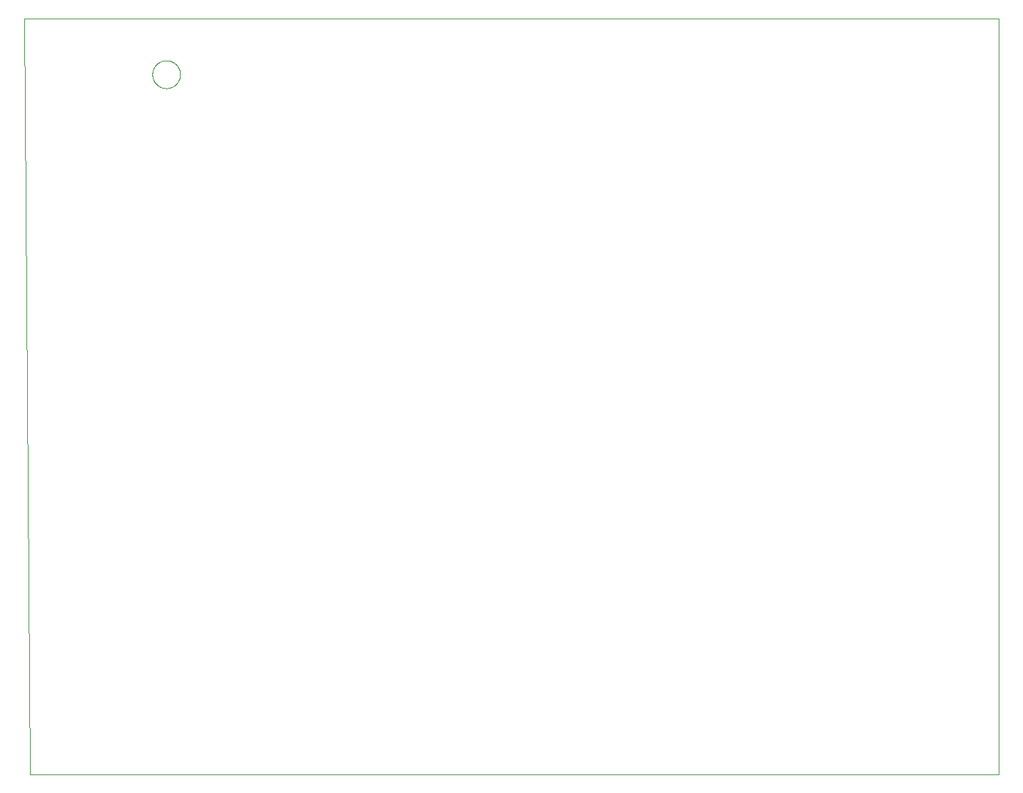
<source format=gko>
G75*
%MOIN*%
%OFA0B0*%
%FSLAX25Y25*%
%IPPOS*%
%LPD*%
%AMOC8*
5,1,8,0,0,1.08239X$1,22.5*
%
%ADD10C,0.00000*%
D10*
X0003500Y0001000D02*
X0001000Y0353451D01*
X0455921Y0353451D01*
X0455921Y0001000D01*
X0003500Y0001000D01*
X0060750Y0327500D02*
X0060752Y0327661D01*
X0060758Y0327821D01*
X0060768Y0327982D01*
X0060782Y0328142D01*
X0060800Y0328302D01*
X0060821Y0328461D01*
X0060847Y0328620D01*
X0060877Y0328778D01*
X0060910Y0328935D01*
X0060948Y0329092D01*
X0060989Y0329247D01*
X0061034Y0329401D01*
X0061083Y0329554D01*
X0061136Y0329706D01*
X0061192Y0329857D01*
X0061253Y0330006D01*
X0061316Y0330154D01*
X0061384Y0330300D01*
X0061455Y0330444D01*
X0061529Y0330586D01*
X0061607Y0330727D01*
X0061689Y0330865D01*
X0061774Y0331002D01*
X0061862Y0331136D01*
X0061954Y0331268D01*
X0062049Y0331398D01*
X0062147Y0331526D01*
X0062248Y0331651D01*
X0062352Y0331773D01*
X0062459Y0331893D01*
X0062569Y0332010D01*
X0062682Y0332125D01*
X0062798Y0332236D01*
X0062917Y0332345D01*
X0063038Y0332450D01*
X0063162Y0332553D01*
X0063288Y0332653D01*
X0063416Y0332749D01*
X0063547Y0332842D01*
X0063681Y0332932D01*
X0063816Y0333019D01*
X0063954Y0333102D01*
X0064093Y0333182D01*
X0064235Y0333258D01*
X0064378Y0333331D01*
X0064523Y0333400D01*
X0064670Y0333466D01*
X0064818Y0333528D01*
X0064968Y0333586D01*
X0065119Y0333641D01*
X0065272Y0333692D01*
X0065426Y0333739D01*
X0065581Y0333782D01*
X0065737Y0333821D01*
X0065893Y0333857D01*
X0066051Y0333888D01*
X0066209Y0333916D01*
X0066368Y0333940D01*
X0066528Y0333960D01*
X0066688Y0333976D01*
X0066848Y0333988D01*
X0067009Y0333996D01*
X0067170Y0334000D01*
X0067330Y0334000D01*
X0067491Y0333996D01*
X0067652Y0333988D01*
X0067812Y0333976D01*
X0067972Y0333960D01*
X0068132Y0333940D01*
X0068291Y0333916D01*
X0068449Y0333888D01*
X0068607Y0333857D01*
X0068763Y0333821D01*
X0068919Y0333782D01*
X0069074Y0333739D01*
X0069228Y0333692D01*
X0069381Y0333641D01*
X0069532Y0333586D01*
X0069682Y0333528D01*
X0069830Y0333466D01*
X0069977Y0333400D01*
X0070122Y0333331D01*
X0070265Y0333258D01*
X0070407Y0333182D01*
X0070546Y0333102D01*
X0070684Y0333019D01*
X0070819Y0332932D01*
X0070953Y0332842D01*
X0071084Y0332749D01*
X0071212Y0332653D01*
X0071338Y0332553D01*
X0071462Y0332450D01*
X0071583Y0332345D01*
X0071702Y0332236D01*
X0071818Y0332125D01*
X0071931Y0332010D01*
X0072041Y0331893D01*
X0072148Y0331773D01*
X0072252Y0331651D01*
X0072353Y0331526D01*
X0072451Y0331398D01*
X0072546Y0331268D01*
X0072638Y0331136D01*
X0072726Y0331002D01*
X0072811Y0330865D01*
X0072893Y0330727D01*
X0072971Y0330586D01*
X0073045Y0330444D01*
X0073116Y0330300D01*
X0073184Y0330154D01*
X0073247Y0330006D01*
X0073308Y0329857D01*
X0073364Y0329706D01*
X0073417Y0329554D01*
X0073466Y0329401D01*
X0073511Y0329247D01*
X0073552Y0329092D01*
X0073590Y0328935D01*
X0073623Y0328778D01*
X0073653Y0328620D01*
X0073679Y0328461D01*
X0073700Y0328302D01*
X0073718Y0328142D01*
X0073732Y0327982D01*
X0073742Y0327821D01*
X0073748Y0327661D01*
X0073750Y0327500D01*
X0073748Y0327339D01*
X0073742Y0327179D01*
X0073732Y0327018D01*
X0073718Y0326858D01*
X0073700Y0326698D01*
X0073679Y0326539D01*
X0073653Y0326380D01*
X0073623Y0326222D01*
X0073590Y0326065D01*
X0073552Y0325908D01*
X0073511Y0325753D01*
X0073466Y0325599D01*
X0073417Y0325446D01*
X0073364Y0325294D01*
X0073308Y0325143D01*
X0073247Y0324994D01*
X0073184Y0324846D01*
X0073116Y0324700D01*
X0073045Y0324556D01*
X0072971Y0324414D01*
X0072893Y0324273D01*
X0072811Y0324135D01*
X0072726Y0323998D01*
X0072638Y0323864D01*
X0072546Y0323732D01*
X0072451Y0323602D01*
X0072353Y0323474D01*
X0072252Y0323349D01*
X0072148Y0323227D01*
X0072041Y0323107D01*
X0071931Y0322990D01*
X0071818Y0322875D01*
X0071702Y0322764D01*
X0071583Y0322655D01*
X0071462Y0322550D01*
X0071338Y0322447D01*
X0071212Y0322347D01*
X0071084Y0322251D01*
X0070953Y0322158D01*
X0070819Y0322068D01*
X0070684Y0321981D01*
X0070546Y0321898D01*
X0070407Y0321818D01*
X0070265Y0321742D01*
X0070122Y0321669D01*
X0069977Y0321600D01*
X0069830Y0321534D01*
X0069682Y0321472D01*
X0069532Y0321414D01*
X0069381Y0321359D01*
X0069228Y0321308D01*
X0069074Y0321261D01*
X0068919Y0321218D01*
X0068763Y0321179D01*
X0068607Y0321143D01*
X0068449Y0321112D01*
X0068291Y0321084D01*
X0068132Y0321060D01*
X0067972Y0321040D01*
X0067812Y0321024D01*
X0067652Y0321012D01*
X0067491Y0321004D01*
X0067330Y0321000D01*
X0067170Y0321000D01*
X0067009Y0321004D01*
X0066848Y0321012D01*
X0066688Y0321024D01*
X0066528Y0321040D01*
X0066368Y0321060D01*
X0066209Y0321084D01*
X0066051Y0321112D01*
X0065893Y0321143D01*
X0065737Y0321179D01*
X0065581Y0321218D01*
X0065426Y0321261D01*
X0065272Y0321308D01*
X0065119Y0321359D01*
X0064968Y0321414D01*
X0064818Y0321472D01*
X0064670Y0321534D01*
X0064523Y0321600D01*
X0064378Y0321669D01*
X0064235Y0321742D01*
X0064093Y0321818D01*
X0063954Y0321898D01*
X0063816Y0321981D01*
X0063681Y0322068D01*
X0063547Y0322158D01*
X0063416Y0322251D01*
X0063288Y0322347D01*
X0063162Y0322447D01*
X0063038Y0322550D01*
X0062917Y0322655D01*
X0062798Y0322764D01*
X0062682Y0322875D01*
X0062569Y0322990D01*
X0062459Y0323107D01*
X0062352Y0323227D01*
X0062248Y0323349D01*
X0062147Y0323474D01*
X0062049Y0323602D01*
X0061954Y0323732D01*
X0061862Y0323864D01*
X0061774Y0323998D01*
X0061689Y0324135D01*
X0061607Y0324273D01*
X0061529Y0324414D01*
X0061455Y0324556D01*
X0061384Y0324700D01*
X0061316Y0324846D01*
X0061253Y0324994D01*
X0061192Y0325143D01*
X0061136Y0325294D01*
X0061083Y0325446D01*
X0061034Y0325599D01*
X0060989Y0325753D01*
X0060948Y0325908D01*
X0060910Y0326065D01*
X0060877Y0326222D01*
X0060847Y0326380D01*
X0060821Y0326539D01*
X0060800Y0326698D01*
X0060782Y0326858D01*
X0060768Y0327018D01*
X0060758Y0327179D01*
X0060752Y0327339D01*
X0060750Y0327500D01*
M02*

</source>
